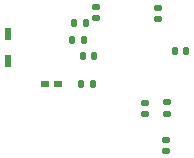
<source format=gbr>
%TF.GenerationSoftware,KiCad,Pcbnew,7.0.1*%
%TF.CreationDate,2023-05-03T15:55:27+02:00*%
%TF.ProjectId,board,626f6172-642e-46b6-9963-61645f706362,rev?*%
%TF.SameCoordinates,Original*%
%TF.FileFunction,Paste,Bot*%
%TF.FilePolarity,Positive*%
%FSLAX46Y46*%
G04 Gerber Fmt 4.6, Leading zero omitted, Abs format (unit mm)*
G04 Created by KiCad (PCBNEW 7.0.1) date 2023-05-03 15:55:27*
%MOMM*%
%LPD*%
G01*
G04 APERTURE LIST*
G04 Aperture macros list*
%AMRoundRect*
0 Rectangle with rounded corners*
0 $1 Rounding radius*
0 $2 $3 $4 $5 $6 $7 $8 $9 X,Y pos of 4 corners*
0 Add a 4 corners polygon primitive as box body*
4,1,4,$2,$3,$4,$5,$6,$7,$8,$9,$2,$3,0*
0 Add four circle primitives for the rounded corners*
1,1,$1+$1,$2,$3*
1,1,$1+$1,$4,$5*
1,1,$1+$1,$6,$7*
1,1,$1+$1,$8,$9*
0 Add four rect primitives between the rounded corners*
20,1,$1+$1,$2,$3,$4,$5,0*
20,1,$1+$1,$4,$5,$6,$7,0*
20,1,$1+$1,$6,$7,$8,$9,0*
20,1,$1+$1,$8,$9,$2,$3,0*%
G04 Aperture macros list end*
%ADD10RoundRect,0.140000X-0.140000X-0.170000X0.140000X-0.170000X0.140000X0.170000X-0.140000X0.170000X0*%
%ADD11RoundRect,0.140000X-0.170000X0.140000X-0.170000X-0.140000X0.170000X-0.140000X0.170000X0.140000X0*%
%ADD12RoundRect,0.135000X0.135000X0.185000X-0.135000X0.185000X-0.135000X-0.185000X0.135000X-0.185000X0*%
%ADD13RoundRect,0.140000X0.170000X-0.140000X0.170000X0.140000X-0.170000X0.140000X-0.170000X-0.140000X0*%
%ADD14R,0.705600X0.558800*%
%ADD15R,0.550000X1.085000*%
%ADD16RoundRect,0.140000X0.140000X0.170000X-0.140000X0.170000X-0.140000X-0.170000X0.140000X-0.170000X0*%
G04 APERTURE END LIST*
D10*
%TO.C,C16*%
X233140000Y-75125000D03*
X234100000Y-75125000D03*
%TD*%
D11*
%TO.C,C14*%
X240925000Y-84970000D03*
X240925000Y-85930000D03*
%TD*%
D12*
%TO.C,R1*%
X233985000Y-76525000D03*
X232965000Y-76525000D03*
%TD*%
D11*
%TO.C,C10*%
X239175000Y-81870000D03*
X239175000Y-82830000D03*
%TD*%
D10*
%TO.C,C17*%
X233745000Y-80300000D03*
X234705000Y-80300000D03*
%TD*%
D13*
%TO.C,C15*%
X241000000Y-82780000D03*
X241000000Y-81820000D03*
%TD*%
D14*
%TO.C,L1*%
X230707100Y-80300000D03*
X231742900Y-80300000D03*
%TD*%
D11*
%TO.C,C12*%
X240200000Y-73795000D03*
X240200000Y-74755000D03*
%TD*%
%TO.C,C13*%
X235000000Y-73745000D03*
X235000000Y-74705000D03*
%TD*%
D15*
%TO.C,D2*%
X227525000Y-78330000D03*
X227525000Y-76050000D03*
%TD*%
D16*
%TO.C,C6*%
X234830000Y-77900000D03*
X233870000Y-77900000D03*
%TD*%
D10*
%TO.C,C8*%
X241640000Y-77500000D03*
X242600000Y-77500000D03*
%TD*%
M02*

</source>
